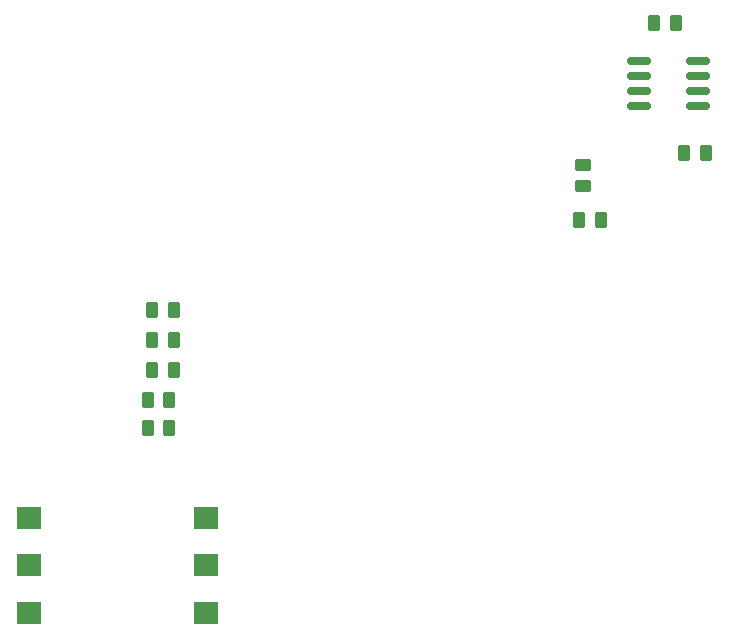
<source format=gbr>
G04 #@! TF.GenerationSoftware,KiCad,Pcbnew,7.0.2-0*
G04 #@! TF.CreationDate,2023-06-19T12:30:15-04:00*
G04 #@! TF.ProjectId,speed_joystick,73706565-645f-46a6-9f79-737469636b2e,rev?*
G04 #@! TF.SameCoordinates,Original*
G04 #@! TF.FileFunction,Paste,Top*
G04 #@! TF.FilePolarity,Positive*
%FSLAX46Y46*%
G04 Gerber Fmt 4.6, Leading zero omitted, Abs format (unit mm)*
G04 Created by KiCad (PCBNEW 7.0.2-0) date 2023-06-19 12:30:15*
%MOMM*%
%LPD*%
G01*
G04 APERTURE LIST*
G04 Aperture macros list*
%AMRoundRect*
0 Rectangle with rounded corners*
0 $1 Rounding radius*
0 $2 $3 $4 $5 $6 $7 $8 $9 X,Y pos of 4 corners*
0 Add a 4 corners polygon primitive as box body*
4,1,4,$2,$3,$4,$5,$6,$7,$8,$9,$2,$3,0*
0 Add four circle primitives for the rounded corners*
1,1,$1+$1,$2,$3*
1,1,$1+$1,$4,$5*
1,1,$1+$1,$6,$7*
1,1,$1+$1,$8,$9*
0 Add four rect primitives between the rounded corners*
20,1,$1+$1,$2,$3,$4,$5,0*
20,1,$1+$1,$4,$5,$6,$7,0*
20,1,$1+$1,$6,$7,$8,$9,0*
20,1,$1+$1,$8,$9,$2,$3,0*%
G04 Aperture macros list end*
%ADD10RoundRect,0.150000X-0.825000X-0.150000X0.825000X-0.150000X0.825000X0.150000X-0.825000X0.150000X0*%
%ADD11RoundRect,0.250000X-0.262500X-0.450000X0.262500X-0.450000X0.262500X0.450000X-0.262500X0.450000X0*%
%ADD12RoundRect,0.250000X0.262500X0.450000X-0.262500X0.450000X-0.262500X-0.450000X0.262500X-0.450000X0*%
%ADD13R,2.000000X1.900000*%
%ADD14RoundRect,0.250000X0.450000X-0.262500X0.450000X0.262500X-0.450000X0.262500X-0.450000X-0.262500X0*%
G04 APERTURE END LIST*
D10*
X-46007379Y8432800D03*
X-46007379Y7162800D03*
X-46007379Y5892800D03*
X-46007379Y4622800D03*
X-41057379Y4622800D03*
X-41057379Y5892800D03*
X-41057379Y7162800D03*
X-41057379Y8432800D03*
D11*
X-87272500Y-17780000D03*
X-85447500Y-17780000D03*
D12*
X-85447500Y-12700000D03*
X-87272500Y-12700000D03*
D13*
X-97670000Y-30290000D03*
X-97670000Y-34290000D03*
X-97670000Y-38290000D03*
X-82670000Y-30290000D03*
X-82670000Y-34290000D03*
X-82670000Y-38290000D03*
D11*
X-42187500Y635000D03*
X-40362500Y635000D03*
X-87630000Y-22670000D03*
X-85805000Y-22670000D03*
D12*
X-85447500Y-15240000D03*
X-87272500Y-15240000D03*
D14*
X-50800000Y-2182500D03*
X-50800000Y-357500D03*
D12*
X-42938879Y11633200D03*
X-44763879Y11633200D03*
D11*
X-87630000Y-20320000D03*
X-85805000Y-20320000D03*
D12*
X-49252500Y-5080000D03*
X-51077500Y-5080000D03*
M02*

</source>
